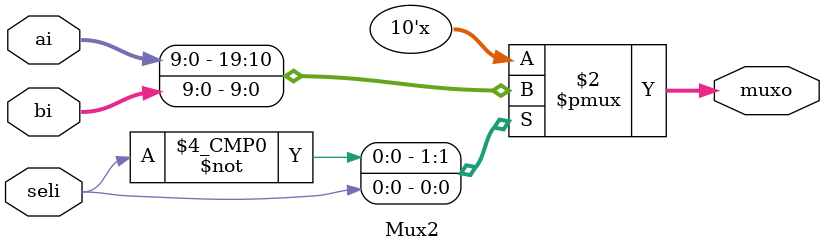
<source format=sv>
`timescale 1ns / 1ps


module Mux2#(parameter WIDTH = 10)
    (input [WIDTH-1:0]  ai,bi,
     input         seli,
     output logic [WIDTH-1:0]muxo
    );
    
    always_comb
    begin
        case(seli)
            0:muxo = ai;
            1:muxo = bi;
            default:muxo = 0;
        endcase
    end
endmodule

</source>
